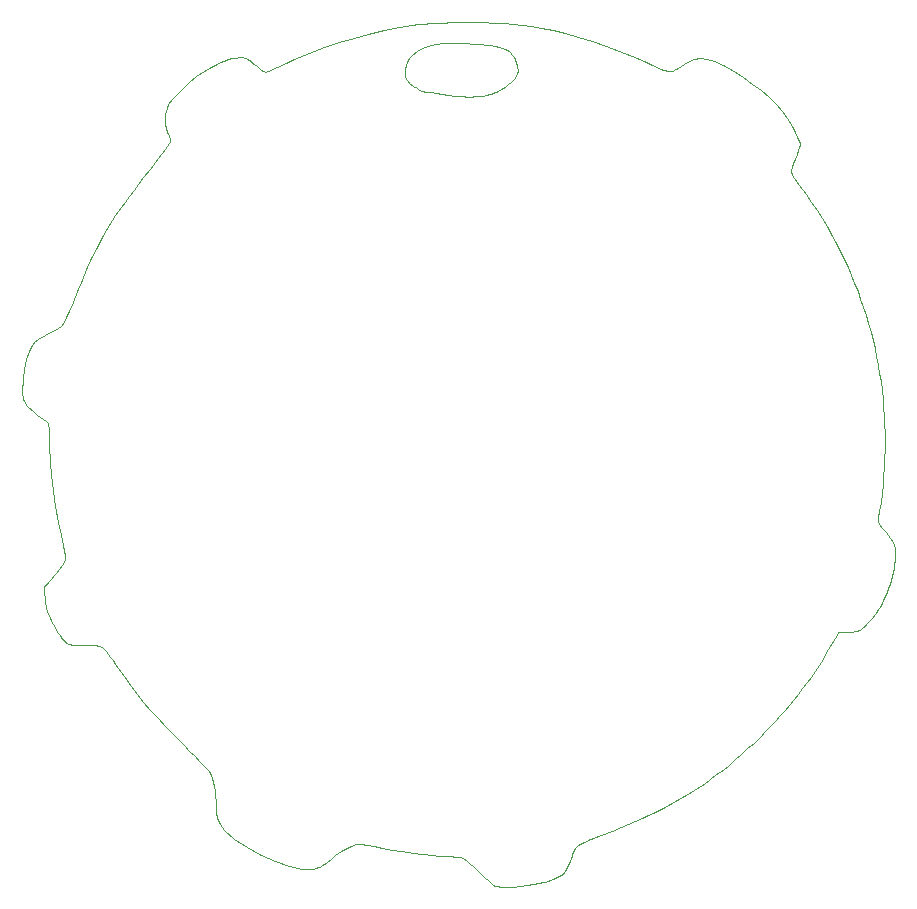
<source format=gbr>
G04 #@! TF.GenerationSoftware,KiCad,Pcbnew,5.1.4-e60b266~84~ubuntu18.04.1*
G04 #@! TF.CreationDate,2019-10-20T18:55:26-06:00*
G04 #@! TF.ProjectId,001,3030312e-6b69-4636-9164-5f7063625858,rev?*
G04 #@! TF.SameCoordinates,Original*
G04 #@! TF.FileFunction,Profile,NP*
%FSLAX46Y46*%
G04 Gerber Fmt 4.6, Leading zero omitted, Abs format (unit mm)*
G04 Created by KiCad (PCBNEW 5.1.4-e60b266~84~ubuntu18.04.1) date 2019-10-20 18:55:26*
%MOMM*%
%LPD*%
G04 APERTURE LIST*
%ADD10C,0.100000*%
G04 APERTURE END LIST*
D10*
X151731545Y-75286086D02*
X151549296Y-75270982D01*
X152039742Y-75301321D02*
X151731545Y-75286086D01*
X152371007Y-75308747D02*
X152039742Y-75301321D01*
X152709423Y-75308661D02*
X152371007Y-75308747D01*
X153039070Y-75301351D02*
X152709423Y-75308661D01*
X153344031Y-75287128D02*
X153039070Y-75301351D01*
X153608392Y-75266270D02*
X153344031Y-75287128D01*
X153816226Y-75239072D02*
X153608392Y-75266270D01*
X153962622Y-75206261D02*
X153816226Y-75239072D01*
X154114860Y-75166533D02*
X153962622Y-75206261D01*
X154271618Y-75120586D02*
X154114860Y-75166533D01*
X154429751Y-75069505D02*
X154271618Y-75120586D01*
X154586156Y-75014376D02*
X154429751Y-75069505D01*
X154737698Y-74956284D02*
X154586156Y-75014376D01*
X154881255Y-74896314D02*
X154737698Y-74956284D01*
X155013702Y-74835553D02*
X154881255Y-74896314D01*
X155272118Y-74699148D02*
X155013702Y-74835553D01*
X155583485Y-74498331D02*
X155272118Y-74699148D01*
X155870646Y-74276021D02*
X155583485Y-74498331D01*
X156126286Y-74040108D02*
X155870646Y-74276021D01*
X156343083Y-73798481D02*
X156126286Y-74040108D01*
X156513721Y-73559030D02*
X156343083Y-73798481D01*
X156630881Y-73329645D02*
X156513721Y-73559030D01*
X156687241Y-73118214D02*
X156630881Y-73329645D01*
X156684941Y-73000994D02*
X156687241Y-73118214D01*
X156670361Y-72897499D02*
X156684941Y-73000994D01*
X156645301Y-72775187D02*
X156670361Y-72897499D01*
X156611561Y-72640544D02*
X156645301Y-72775187D01*
X156571001Y-72500052D02*
X156611561Y-72640544D01*
X156525451Y-72360196D02*
X156571001Y-72500052D01*
X156476731Y-72227460D02*
X156525451Y-72360196D01*
X156426681Y-72108327D02*
X156476731Y-72227460D01*
X156369111Y-71992363D02*
X156426681Y-72108327D01*
X156304331Y-71879585D02*
X156369111Y-71992363D01*
X156235651Y-71777150D02*
X156304331Y-71879585D01*
X156162741Y-71684698D02*
X156235651Y-71777150D01*
X156085281Y-71601866D02*
X156162741Y-71684698D01*
X156002931Y-71528296D02*
X156085281Y-71601866D01*
X155915371Y-71463625D02*
X156002931Y-71528296D01*
X155822281Y-71407492D02*
X155915371Y-71463625D01*
X155630236Y-71315181D02*
X155822281Y-71407492D01*
X155364905Y-71212292D02*
X155630236Y-71315181D01*
X155069408Y-71121017D02*
X155364905Y-71212292D01*
X154742082Y-71041028D02*
X155069408Y-71121017D01*
X154381282Y-70971994D02*
X154742082Y-71041028D01*
X153985357Y-70913587D02*
X154381282Y-70971994D01*
X153552659Y-70865478D02*
X153985357Y-70913587D01*
X153081538Y-70827338D02*
X153552659Y-70865478D01*
X152205987Y-70781146D02*
X153081538Y-70827338D01*
X151264127Y-70769036D02*
X152205987Y-70781146D01*
X150442749Y-70804866D02*
X151264127Y-70769036D01*
X149731616Y-70890747D02*
X150442749Y-70804866D01*
X149120493Y-71028785D02*
X149731616Y-70890747D01*
X148599145Y-71221092D02*
X149120493Y-71028785D01*
X148157335Y-71469776D02*
X148599145Y-71221092D01*
X147784828Y-71776946D02*
X148157335Y-71469776D01*
X147524590Y-72079173D02*
X147784828Y-71776946D01*
X147343439Y-72371670D02*
X147524590Y-72079173D01*
X147215324Y-72675067D02*
X147343439Y-72371670D01*
X147141084Y-72980151D02*
X147215324Y-72675067D01*
X147121682Y-73277704D02*
X147141084Y-72980151D01*
X147157962Y-73558512D02*
X147121682Y-73277704D01*
X147250774Y-73813360D02*
X147157962Y-73558512D01*
X147401024Y-74033033D02*
X147250774Y-73813360D01*
X147522164Y-74143521D02*
X147401024Y-74033033D01*
X147615924Y-74222443D02*
X147522164Y-74143521D01*
X147718766Y-74304109D02*
X147615924Y-74222443D01*
X147827060Y-74385883D02*
X147718766Y-74304109D01*
X147937171Y-74465129D02*
X147827060Y-74385883D01*
X148045475Y-74539211D02*
X147937171Y-74465129D01*
X148148319Y-74605493D02*
X148045475Y-74539211D01*
X148242089Y-74661337D02*
X148148319Y-74605493D01*
X148377835Y-74727003D02*
X148242089Y-74661337D01*
X148620006Y-74806116D02*
X148377835Y-74727003D01*
X148940227Y-74886954D02*
X148620006Y-74806116D01*
X149328379Y-74967686D02*
X148940227Y-74886954D01*
X149774349Y-75046478D02*
X149328379Y-74967686D01*
X150268025Y-75121493D02*
X149774349Y-75046478D01*
X150799291Y-75190902D02*
X150268025Y-75121493D01*
X151358037Y-75252869D02*
X150799291Y-75190902D01*
X151549296Y-75270982D02*
X151358037Y-75252869D01*
X154757417Y-142122195D02*
X154757272Y-142122198D01*
X154902586Y-142166786D02*
X154757417Y-142122195D01*
X155254376Y-142205899D02*
X154902586Y-142166786D01*
X155719635Y-142216853D02*
X155254376Y-142205899D01*
X156263467Y-142201586D02*
X155719635Y-142216853D01*
X156850983Y-142162304D02*
X156263467Y-142201586D01*
X157447274Y-142101145D02*
X156850983Y-142162304D01*
X158017449Y-142020196D02*
X157447274Y-142101145D01*
X158526613Y-141921610D02*
X158017449Y-142020196D01*
X158809383Y-141847010D02*
X158526613Y-141921610D01*
X159026781Y-141781452D02*
X158809383Y-141847010D01*
X159247832Y-141707943D02*
X159026781Y-141781452D01*
X159466164Y-141628904D02*
X159247832Y-141707943D01*
X159675407Y-141546822D02*
X159466164Y-141628904D01*
X159869193Y-141464156D02*
X159675407Y-141546822D01*
X160041154Y-141383378D02*
X159869193Y-141464156D01*
X160184915Y-141306932D02*
X160041154Y-141383378D01*
X160343411Y-141208351D02*
X160184915Y-141306932D01*
X160492358Y-141104441D02*
X160343411Y-141208351D01*
X160614498Y-140999285D02*
X160492358Y-141104441D01*
X160717455Y-140881657D02*
X160614498Y-140999285D01*
X160808858Y-140740338D02*
X160717455Y-140881657D01*
X160896324Y-140564104D02*
X160808858Y-140740338D01*
X160987484Y-140341727D02*
X160896324Y-140564104D01*
X161089957Y-140061991D02*
X160987484Y-140341727D01*
X161177857Y-139813933D02*
X161089957Y-140061991D01*
X161254525Y-139613848D02*
X161177857Y-139813933D01*
X161333051Y-139422583D02*
X161254525Y-139613848D01*
X161411172Y-139245034D02*
X161333051Y-139422583D01*
X161486618Y-139086099D02*
X161411172Y-139245034D01*
X161557042Y-138950677D02*
X161486618Y-139086099D01*
X161620182Y-138843667D02*
X161557042Y-138950677D01*
X161673715Y-138769962D02*
X161620182Y-138843667D01*
X161725475Y-138724951D02*
X161673715Y-138769962D01*
X161821223Y-138664573D02*
X161725475Y-138724951D01*
X161955255Y-138591540D02*
X161821223Y-138664573D01*
X162121858Y-138508514D02*
X161955255Y-138591540D01*
X162315322Y-138418198D02*
X162121858Y-138508514D01*
X162529936Y-138323284D02*
X162315322Y-138418198D01*
X162682360Y-138258816D02*
X162529936Y-138323284D01*
X162799729Y-138210426D02*
X162682360Y-138258816D01*
X162919289Y-138162328D02*
X162799729Y-138210426D01*
X163040330Y-138114909D02*
X162919289Y-138162328D01*
X163782476Y-137830027D02*
X163040330Y-138114909D01*
X164669748Y-137485280D02*
X163782476Y-137830027D01*
X165414085Y-137189219D02*
X164669748Y-137485280D01*
X166055048Y-136924879D02*
X165414085Y-137189219D01*
X166632200Y-136675300D02*
X166055048Y-136924879D01*
X167185107Y-136423518D02*
X166632200Y-136675300D01*
X167753332Y-136152563D02*
X167185107Y-136423518D01*
X168164005Y-135950739D02*
X167753332Y-136152563D01*
X168493033Y-135787076D02*
X168164005Y-135950739D01*
X169019543Y-135521008D02*
X168493033Y-135787076D01*
X169621010Y-135202987D02*
X169019543Y-135521008D01*
X170209022Y-134877020D02*
X169621010Y-135202987D01*
X170784806Y-134542206D02*
X170209022Y-134877020D01*
X171349588Y-134197647D02*
X170784806Y-134542206D01*
X171904599Y-133842446D02*
X171349588Y-134197647D01*
X172451064Y-133475707D02*
X171904599Y-133842446D01*
X172990211Y-133096536D02*
X172451064Y-133475707D01*
X173523267Y-132704032D02*
X172990211Y-133096536D01*
X174051463Y-132297298D02*
X173523267Y-132704032D01*
X174576021Y-131875439D02*
X174051463Y-132297298D01*
X175098173Y-131437556D02*
X174576021Y-131875439D01*
X175619143Y-130982750D02*
X175098173Y-131437556D01*
X176140163Y-130510128D02*
X175619143Y-130982750D01*
X176662459Y-130018791D02*
X176140163Y-130510128D01*
X177187257Y-129507841D02*
X176662459Y-130018791D01*
X177655345Y-129037439D02*
X177187257Y-129507841D01*
X178083210Y-128594060D02*
X177655345Y-129037439D01*
X178500241Y-128148169D02*
X178083210Y-128594060D01*
X178906914Y-127699147D02*
X178500241Y-128148169D01*
X179303701Y-127246376D02*
X178906914Y-127699147D01*
X179691083Y-126789232D02*
X179303701Y-127246376D01*
X180069535Y-126327100D02*
X179691083Y-126789232D01*
X180439534Y-125859356D02*
X180069535Y-126327100D01*
X180801553Y-125385382D02*
X180439534Y-125859356D01*
X181156070Y-124904560D02*
X180801553Y-125385382D01*
X181503561Y-124416266D02*
X181156070Y-124904560D01*
X181844503Y-123919881D02*
X181503561Y-124416266D01*
X182179373Y-123414791D02*
X181844503Y-123919881D01*
X182508647Y-122900370D02*
X182179373Y-123414791D01*
X182832796Y-122376000D02*
X182508647Y-122900370D01*
X183152301Y-121841060D02*
X182832796Y-122376000D01*
X183257637Y-121659651D02*
X183152301Y-121841060D01*
X183294835Y-121595591D02*
X183257637Y-121659651D01*
X183332033Y-121531527D02*
X183294835Y-121595591D01*
X183369231Y-121467466D02*
X183332033Y-121531527D01*
X183406428Y-121403402D02*
X183369231Y-121467466D01*
X183443626Y-121339342D02*
X183406428Y-121403402D01*
X183480821Y-121275281D02*
X183443626Y-121339342D01*
X183555217Y-121147156D02*
X183480821Y-121275281D01*
X183704008Y-120890907D02*
X183555217Y-121147156D01*
X183852796Y-120634661D02*
X183704008Y-120890907D01*
X183899392Y-120634661D02*
X183852796Y-120634661D01*
X183945988Y-120634661D02*
X183899392Y-120634661D01*
X183992584Y-120634661D02*
X183945988Y-120634661D01*
X184039179Y-120634661D02*
X183992584Y-120634661D01*
X184085775Y-120634661D02*
X184039179Y-120634661D01*
X184132371Y-120634661D02*
X184085775Y-120634661D01*
X184178967Y-120634661D02*
X184132371Y-120634661D01*
X184225562Y-120634661D02*
X184178967Y-120634661D01*
X184272158Y-120634661D02*
X184225562Y-120634661D01*
X184318751Y-120634661D02*
X184272158Y-120634661D01*
X184365347Y-120634661D02*
X184318751Y-120634661D01*
X184411943Y-120634661D02*
X184365347Y-120634661D01*
X184458539Y-120634661D02*
X184411943Y-120634661D01*
X184505134Y-120634661D02*
X184458539Y-120634661D01*
X184551730Y-120634661D02*
X184505134Y-120634661D01*
X184656383Y-120634396D02*
X184551730Y-120634661D01*
X184741968Y-120632280D02*
X184656383Y-120634396D01*
X184825730Y-120628523D02*
X184741968Y-120632280D01*
X184907478Y-120623125D02*
X184825730Y-120628523D01*
X184987015Y-120616246D02*
X184907478Y-120623125D01*
X185064141Y-120607647D02*
X184987015Y-120616246D01*
X185138687Y-120597487D02*
X185064141Y-120607647D01*
X185210429Y-120585819D02*
X185138687Y-120597487D01*
X185279202Y-120572669D02*
X185210429Y-120585819D01*
X185344787Y-120558090D02*
X185279202Y-120572669D01*
X185407014Y-120542083D02*
X185344787Y-120558090D01*
X185465643Y-120524700D02*
X185407014Y-120542083D01*
X185520552Y-120505968D02*
X185465643Y-120524700D01*
X185571495Y-120485965D02*
X185520552Y-120505968D01*
X185618281Y-120464719D02*
X185571495Y-120485965D01*
X185660744Y-120442229D02*
X185618281Y-120464719D01*
X185733264Y-120395734D02*
X185660744Y-120442229D01*
X185834065Y-120318201D02*
X185733264Y-120395734D01*
X185945505Y-120221413D02*
X185834065Y-120318201D01*
X186065729Y-120107616D02*
X185945505Y-120221413D01*
X186192877Y-119979047D02*
X186065729Y-120107616D01*
X186325097Y-119837942D02*
X186192877Y-119979047D01*
X186460535Y-119686537D02*
X186325097Y-119837942D01*
X186597332Y-119527065D02*
X186460535Y-119686537D01*
X186733638Y-119361764D02*
X186597332Y-119527065D01*
X186867591Y-119192867D02*
X186733638Y-119361764D01*
X186997337Y-119022616D02*
X186867591Y-119192867D01*
X187121025Y-118853240D02*
X186997337Y-119022616D01*
X187236793Y-118686976D02*
X187121025Y-118853240D01*
X187342788Y-118526061D02*
X187236793Y-118686976D01*
X187437157Y-118372733D02*
X187342788Y-118526061D01*
X187518048Y-118229225D02*
X187437157Y-118372733D01*
X187648387Y-117968672D02*
X187518048Y-118229225D01*
X187800559Y-117634889D02*
X187648387Y-117968672D01*
X187942141Y-117292958D02*
X187800559Y-117634889D01*
X188072591Y-116945520D02*
X187942141Y-117292958D01*
X188191368Y-116595220D02*
X188072591Y-116945520D01*
X188297926Y-116244700D02*
X188191368Y-116595220D01*
X188391726Y-115896606D02*
X188297926Y-116244700D01*
X188472233Y-115553584D02*
X188391726Y-115896606D01*
X188538890Y-115218275D02*
X188472233Y-115553584D01*
X188591169Y-114893327D02*
X188538890Y-115218275D01*
X188628502Y-114581381D02*
X188591169Y-114893327D01*
X188650409Y-114285079D02*
X188628502Y-114581381D01*
X188656177Y-114007068D02*
X188650409Y-114285079D01*
X188645461Y-113749988D02*
X188656177Y-114007068D01*
X188617720Y-113516491D02*
X188645461Y-113749988D01*
X188572296Y-113309214D02*
X188617720Y-113516491D01*
X188540440Y-113214760D02*
X188572296Y-113309214D01*
X188517501Y-113159552D02*
X188540440Y-113214760D01*
X188489045Y-113099198D02*
X188517501Y-113159552D01*
X188455498Y-113034312D02*
X188489045Y-113099198D01*
X188417208Y-112965491D02*
X188455498Y-113034312D01*
X188374594Y-112893297D02*
X188417208Y-112965491D01*
X188328083Y-112818351D02*
X188374594Y-112893297D01*
X188278021Y-112741217D02*
X188328083Y-112818351D01*
X188224829Y-112662498D02*
X188278021Y-112741217D01*
X188168907Y-112582800D02*
X188224829Y-112662498D01*
X188110675Y-112502703D02*
X188168907Y-112582800D01*
X188050480Y-112422807D02*
X188110675Y-112502703D01*
X187862239Y-112187587D02*
X188050480Y-112422807D01*
X187517537Y-111805076D02*
X187862239Y-112187587D01*
X187293216Y-111512084D02*
X187517537Y-111805076D01*
X187208528Y-111281675D02*
X187293216Y-111512084D01*
X187208528Y-111154762D02*
X187208528Y-111281675D01*
X187213819Y-111085923D02*
X187208528Y-111154762D01*
X187223053Y-111010553D02*
X187213819Y-111085923D01*
X187235648Y-110927170D02*
X187223053Y-111010553D01*
X187320642Y-110392881D02*
X187235648Y-110927170D01*
X187427624Y-109639964D02*
X187320642Y-110392881D01*
X187520363Y-108890204D02*
X187427624Y-109639964D01*
X187598870Y-108143573D02*
X187520363Y-108890204D01*
X187663108Y-107400057D02*
X187598870Y-108143573D01*
X187713125Y-106659634D02*
X187663108Y-107400057D01*
X187748863Y-105922285D02*
X187713125Y-106659634D01*
X187770373Y-105187987D02*
X187748863Y-105922285D01*
X187777543Y-104456724D02*
X187770373Y-105187987D01*
X187770479Y-103728474D02*
X187777543Y-104456724D01*
X187749206Y-103003219D02*
X187770479Y-103728474D01*
X187713665Y-102280939D02*
X187749206Y-103003219D01*
X187663852Y-101561611D02*
X187713665Y-102280939D01*
X187599741Y-100845217D02*
X187663852Y-101561611D01*
X187521384Y-100131739D02*
X187599741Y-100845217D01*
X187428741Y-99421155D02*
X187521384Y-100131739D01*
X187321817Y-98713448D02*
X187428741Y-99421155D01*
X187200609Y-98008595D02*
X187321817Y-98713448D01*
X187065116Y-97306579D02*
X187200609Y-98008595D01*
X186915332Y-96607375D02*
X187065116Y-97306579D01*
X186751256Y-95910968D02*
X186915332Y-96607375D01*
X186572885Y-95217336D02*
X186751256Y-95910968D01*
X186380215Y-94526462D02*
X186572885Y-95217336D01*
X186173245Y-93838323D02*
X186380215Y-94526462D01*
X185951969Y-93152901D02*
X186173245Y-93838323D01*
X185716386Y-92470174D02*
X185951969Y-93152901D01*
X185466495Y-91790125D02*
X185716386Y-92470174D01*
X185202290Y-91112732D02*
X185466495Y-91790125D01*
X184923769Y-90437977D02*
X185202290Y-91112732D01*
X184630928Y-89765838D02*
X184923769Y-90437977D01*
X184323768Y-89096297D02*
X184630928Y-89765838D01*
X184002281Y-88429333D02*
X184323768Y-89096297D01*
X183825552Y-88077319D02*
X184002281Y-88429333D01*
X183727648Y-87884742D02*
X183825552Y-88077319D01*
X183630141Y-87695273D02*
X183727648Y-87884742D01*
X183532899Y-87508702D02*
X183630141Y-87695273D01*
X183241754Y-86962721D02*
X183532899Y-87508702D01*
X182849258Y-86265330D02*
X183241754Y-86962721D01*
X182444081Y-85587395D02*
X182849258Y-86265330D01*
X182017765Y-84915464D02*
X182444081Y-85587395D01*
X181561867Y-84236084D02*
X182017765Y-84915464D01*
X181067930Y-83535802D02*
X181561867Y-84236084D01*
X180527502Y-82801164D02*
X181067930Y-83535802D01*
X180267147Y-82455430D02*
X180527502Y-82801164D01*
X180174908Y-82321564D02*
X180267147Y-82455430D01*
X180037394Y-82101215D02*
X180174908Y-82321564D01*
X179915402Y-81865304D02*
X180037394Y-82101215D01*
X179853294Y-81687462D02*
X179915402Y-81865304D01*
X179863787Y-81556193D02*
X179853294Y-81687462D01*
X179929004Y-81303568D02*
X179863787Y-81556193D01*
X180036743Y-80968617D02*
X179929004Y-81303568D01*
X180174768Y-80590370D02*
X180036743Y-80968617D01*
X180326186Y-80207091D02*
X180174768Y-80590370D01*
X180455475Y-79852299D02*
X180326186Y-80207091D01*
X180550413Y-79562520D02*
X180455475Y-79852299D01*
X180598741Y-79374281D02*
X180550413Y-79562520D01*
X180584946Y-79272720D02*
X180598741Y-79374281D01*
X180499134Y-79038452D02*
X180584946Y-79272720D01*
X180357383Y-78709524D02*
X180499134Y-79038452D01*
X180175792Y-78323987D02*
X180357383Y-78709524D01*
X179884157Y-77764783D02*
X180175792Y-78323987D01*
X179495130Y-77145840D02*
X179884157Y-77764783D01*
X179045090Y-76543289D02*
X179495130Y-77145840D01*
X178530295Y-75953325D02*
X179045090Y-76543289D01*
X177947013Y-75372141D02*
X178530295Y-75953325D01*
X177291503Y-74795928D02*
X177947013Y-75372141D01*
X176560030Y-74220880D02*
X177291503Y-74795928D01*
X175748858Y-73643190D02*
X176560030Y-74220880D01*
X174853463Y-73059923D02*
X175748858Y-73643190D01*
X174055389Y-72605636D02*
X174853463Y-73059923D01*
X173351386Y-72289934D02*
X174055389Y-72605636D01*
X172719916Y-72110322D02*
X173351386Y-72289934D01*
X172139438Y-72064287D02*
X172719916Y-72110322D01*
X171588417Y-72149360D02*
X172139438Y-72064287D01*
X171045312Y-72363027D02*
X171588417Y-72149360D01*
X170488586Y-72702795D02*
X171045312Y-72363027D01*
X170233004Y-72894487D02*
X170488586Y-72702795D01*
X170134278Y-72956897D02*
X170233004Y-72894487D01*
X170030077Y-73014052D02*
X170134278Y-72956897D01*
X169923595Y-73064627D02*
X170030077Y-73014052D01*
X169818032Y-73107287D02*
X169923595Y-73064627D01*
X169716580Y-73140709D02*
X169818032Y-73107287D01*
X169622433Y-73163558D02*
X169716580Y-73140709D01*
X169538785Y-73174509D02*
X169622433Y-73163558D01*
X169458873Y-73170461D02*
X169538785Y-73174509D01*
X169338001Y-73143710D02*
X169458873Y-73170461D01*
X169182307Y-73096613D02*
X169338001Y-73143710D01*
X168997935Y-73031531D02*
X169182307Y-73096613D01*
X168791025Y-72950826D02*
X168997935Y-73031531D01*
X168567717Y-72856857D02*
X168791025Y-72950826D01*
X168334153Y-72751984D02*
X168567717Y-72856857D01*
X168096467Y-72638569D02*
X168334153Y-72751984D01*
X167406574Y-72301480D02*
X168096467Y-72638569D01*
X166390913Y-71853902D02*
X167406574Y-72301480D01*
X165295885Y-71414694D02*
X166390913Y-71853902D01*
X164151961Y-70994266D02*
X165295885Y-71414694D01*
X162989610Y-70603029D02*
X164151961Y-70994266D01*
X161839302Y-70251393D02*
X162989610Y-70603029D01*
X160731502Y-69949770D02*
X161839302Y-70251393D01*
X159696682Y-69708568D02*
X160731502Y-69949770D01*
X158701632Y-69518785D02*
X159696682Y-69708568D01*
X157811735Y-69361926D02*
X158701632Y-69518785D01*
X157016321Y-69240840D02*
X157811735Y-69361926D01*
X156267865Y-69151287D02*
X157016321Y-69240840D01*
X155518856Y-69089029D02*
X156267865Y-69151287D01*
X154721775Y-69049827D02*
X155518856Y-69089029D01*
X153829102Y-69029441D02*
X154721775Y-69049827D01*
X152793322Y-69023635D02*
X153829102Y-69029441D01*
X151799955Y-69026946D02*
X152793322Y-69023635D01*
X151025739Y-69035296D02*
X151799955Y-69026946D01*
X150358375Y-69050384D02*
X151025739Y-69035296D01*
X149772429Y-69073691D02*
X150358375Y-69050384D01*
X149242476Y-69106697D02*
X149772429Y-69073691D01*
X148743094Y-69150882D02*
X149242476Y-69106697D01*
X148248849Y-69207726D02*
X148743094Y-69150882D01*
X147734320Y-69278709D02*
X148248849Y-69207726D01*
X146644419Y-69451497D02*
X147734320Y-69278709D01*
X145331675Y-69700775D02*
X146644419Y-69451497D01*
X144056154Y-69989050D02*
X145331675Y-69700775D01*
X142803465Y-70320607D02*
X144056154Y-69989050D01*
X141559222Y-70699736D02*
X142803465Y-70320607D01*
X140309038Y-71130722D02*
X141559222Y-70699736D01*
X139038528Y-71617852D02*
X140309038Y-71130722D01*
X137733306Y-72165414D02*
X139038528Y-71617852D01*
X137284860Y-72365833D02*
X137733306Y-72165414D01*
X137034401Y-72477768D02*
X137284860Y-72365833D01*
X136783941Y-72589703D02*
X137034401Y-72477768D01*
X136533481Y-72701638D02*
X136783941Y-72589703D01*
X136283022Y-72813573D02*
X136533481Y-72701638D01*
X136032562Y-72925508D02*
X136283022Y-72813573D01*
X135782103Y-73037443D02*
X136032562Y-72925508D01*
X135531643Y-73149378D02*
X135782103Y-73037443D01*
X135281183Y-73261313D02*
X135531643Y-73149378D01*
X135183959Y-73185761D02*
X135281183Y-73261313D01*
X135086736Y-73110210D02*
X135183959Y-73185761D01*
X134989512Y-73034658D02*
X135086736Y-73110210D01*
X134892288Y-72959107D02*
X134989512Y-73034658D01*
X134795064Y-72883555D02*
X134892288Y-72959107D01*
X134697841Y-72808004D02*
X134795064Y-72883555D01*
X134600617Y-72732452D02*
X134697841Y-72808004D01*
X134395686Y-72574242D02*
X134600617Y-72732452D01*
X134232833Y-72454566D02*
X134395686Y-72574242D01*
X134072652Y-72342194D02*
X134232833Y-72454566D01*
X133919484Y-72239894D02*
X134072652Y-72342194D01*
X133777674Y-72150434D02*
X133919484Y-72239894D01*
X133651565Y-72076584D02*
X133777674Y-72150434D01*
X133545499Y-72021112D02*
X133651565Y-72076584D01*
X133463818Y-71986787D02*
X133545499Y-72021112D01*
X133341609Y-71966152D02*
X133463818Y-71986787D01*
X133119790Y-71974783D02*
X133341609Y-71966152D01*
X132840889Y-72014509D02*
X133119790Y-71974783D01*
X132522523Y-72080885D02*
X132840889Y-72014509D01*
X132182306Y-72169466D02*
X132522523Y-72080885D01*
X131837854Y-72275809D02*
X132182306Y-72169466D01*
X131506782Y-72395471D02*
X131837854Y-72275809D01*
X131206707Y-72524012D02*
X131506782Y-72395471D01*
X130724441Y-72780576D02*
X131206707Y-72524012D01*
X130107571Y-73168049D02*
X130724441Y-72780576D01*
X129486468Y-73611807D02*
X130107571Y-73168049D01*
X128884198Y-74091789D02*
X129486468Y-73611807D01*
X128323824Y-74587936D02*
X128884198Y-74091789D01*
X127828410Y-75080187D02*
X128323824Y-74587936D01*
X127421022Y-75548483D02*
X127828410Y-75080187D01*
X127124724Y-75972763D02*
X127421022Y-75548483D01*
X126979125Y-76275873D02*
X127124724Y-75972763D01*
X126884055Y-76547567D02*
X126979125Y-76275873D01*
X126822184Y-76822994D02*
X126884055Y-76547567D01*
X126793514Y-77102608D02*
X126822184Y-76822994D01*
X126798027Y-77386864D02*
X126793514Y-77102608D01*
X126835745Y-77676218D02*
X126798027Y-77386864D01*
X126906652Y-77971125D02*
X126835745Y-77676218D01*
X127010751Y-78272042D02*
X126906652Y-77971125D01*
X127091335Y-78461533D02*
X127010751Y-78272042D01*
X127140916Y-78591112D02*
X127091335Y-78461533D01*
X127183785Y-78715977D02*
X127140916Y-78591112D01*
X127219082Y-78832879D02*
X127183785Y-78715977D01*
X127245959Y-78938566D02*
X127219082Y-78832879D01*
X127263556Y-79029789D02*
X127245959Y-78938566D01*
X127271028Y-79103294D02*
X127263556Y-79029789D01*
X127267498Y-79155835D02*
X127271028Y-79103294D01*
X127190928Y-79278966D02*
X127267498Y-79155835D01*
X126827903Y-79768536D02*
X127190928Y-79278966D01*
X126248854Y-80526987D02*
X126827903Y-79768536D01*
X125519763Y-81467609D02*
X126248854Y-80526987D01*
X124982357Y-82154849D02*
X125519763Y-81467609D01*
X124572897Y-82684914D02*
X124982357Y-82154849D01*
X124168624Y-83213897D02*
X124572897Y-82684914D01*
X123780580Y-83727057D02*
X124168624Y-83213897D01*
X123419804Y-84209656D02*
X123780580Y-83727057D01*
X123097339Y-84646953D02*
X123419804Y-84209656D01*
X122824225Y-85024208D02*
X123097339Y-84646953D01*
X122611504Y-85326683D02*
X122824225Y-85024208D01*
X122314874Y-85779596D02*
X122611504Y-85326683D01*
X121913663Y-86455002D02*
X122314874Y-85779596D01*
X121487250Y-87228662D02*
X121913663Y-86455002D01*
X121047328Y-88076982D02*
X121487250Y-87228662D01*
X120605588Y-88976366D02*
X121047328Y-88076982D01*
X120173721Y-89903218D02*
X120605588Y-88976366D01*
X119763419Y-90833943D02*
X120173721Y-89903218D01*
X119386375Y-91744945D02*
X119763419Y-90833943D01*
X119017712Y-92696144D02*
X119386375Y-91744945D01*
X118716806Y-93459646D02*
X119017712Y-92696144D01*
X118476236Y-94018755D02*
X118716806Y-93459646D01*
X118265039Y-94417402D02*
X118476236Y-94018755D01*
X118052254Y-94699517D02*
X118265039Y-94417402D01*
X117806919Y-94909033D02*
X118052254Y-94699517D01*
X117498070Y-95089878D02*
X117806919Y-94909033D01*
X117094748Y-95285982D02*
X117498070Y-95089878D01*
X116680208Y-95485690D02*
X117094748Y-95285982D01*
X116379870Y-95636785D02*
X116680208Y-95485690D01*
X116143714Y-95766420D02*
X116379870Y-95636785D01*
X115960623Y-95883067D02*
X116143714Y-95766420D01*
X115819480Y-95995195D02*
X115960623Y-95883067D01*
X115709167Y-96111278D02*
X115819480Y-95995195D01*
X115618566Y-96239786D02*
X115709167Y-96111278D01*
X115536562Y-96389191D02*
X115618566Y-96239786D01*
X115329319Y-96855570D02*
X115536562Y-96389191D01*
X115104133Y-97566468D02*
X115329319Y-96855570D01*
X114932083Y-98361832D02*
X115104133Y-97566468D01*
X114818710Y-99217733D02*
X114932083Y-98361832D01*
X114762199Y-100205176D02*
X114818710Y-99217733D01*
X114841445Y-100938686D02*
X114762199Y-100205176D01*
X115135244Y-101496523D02*
X114841445Y-100938686D01*
X115716462Y-102044477D02*
X115135244Y-101496523D01*
X116008931Y-102267368D02*
X115716462Y-102044477D01*
X116245787Y-102447874D02*
X116008931Y-102267368D01*
X116482642Y-102628379D02*
X116245787Y-102447874D01*
X116719497Y-102808885D02*
X116482642Y-102628379D01*
X116956353Y-102989392D02*
X116719497Y-102808885D01*
X116972040Y-103541088D02*
X116956353Y-102989392D01*
X116987727Y-104092784D02*
X116972040Y-103541088D01*
X117003414Y-104644480D02*
X116987727Y-104092784D01*
X117066834Y-106304550D02*
X117003414Y-104644480D01*
X117235410Y-108047643D02*
X117066834Y-106304550D01*
X117519504Y-109947357D02*
X117235410Y-108047643D01*
X117783828Y-111349400D02*
X117519504Y-109947357D01*
X118016609Y-112473236D02*
X117783828Y-111349400D01*
X118192252Y-113272270D02*
X118016609Y-112473236D01*
X118287475Y-113751999D02*
X118192252Y-113272270D01*
X118334855Y-114127993D02*
X118287475Y-113751999D01*
X118326993Y-114434193D02*
X118334855Y-114127993D01*
X118256531Y-114704541D02*
X118326993Y-114434193D01*
X118116095Y-114972971D02*
X118256531Y-114704541D01*
X117898310Y-115273430D02*
X118116095Y-114972971D01*
X117595805Y-115639851D02*
X117898310Y-115273430D01*
X117469524Y-115789116D02*
X117595805Y-115639851D01*
X117358976Y-115919783D02*
X117469524Y-115789116D01*
X117248428Y-116050450D02*
X117358976Y-115919783D01*
X117137880Y-116181120D02*
X117248428Y-116050450D01*
X117027333Y-116311787D02*
X117137880Y-116181120D01*
X116916785Y-116442454D02*
X117027333Y-116311787D01*
X116806238Y-116573121D02*
X116916785Y-116442454D01*
X116695690Y-116703791D02*
X116806238Y-116573121D01*
X116585142Y-116834458D02*
X116695690Y-116703791D01*
X116592463Y-116948531D02*
X116585142Y-116834458D01*
X116599784Y-117062603D02*
X116592463Y-116948531D01*
X116607105Y-117176678D02*
X116599784Y-117062603D01*
X116614425Y-117290751D02*
X116607105Y-117176678D01*
X116621746Y-117404823D02*
X116614425Y-117290751D01*
X116629067Y-117518895D02*
X116621746Y-117404823D01*
X116636388Y-117632971D02*
X116629067Y-117518895D01*
X116656837Y-117932479D02*
X116636388Y-117632971D01*
X116683451Y-118180986D02*
X116656837Y-117932479D01*
X116721317Y-118409240D02*
X116683451Y-118180986D01*
X116774370Y-118630100D02*
X116721317Y-118409240D01*
X116846548Y-118856430D02*
X116774370Y-118630100D01*
X116941786Y-119101093D02*
X116846548Y-118856430D01*
X117064023Y-119376958D02*
X116941786Y-119101093D01*
X117217195Y-119696882D02*
X117064023Y-119376958D01*
X117364831Y-119991125D02*
X117217195Y-119696882D01*
X117499266Y-120240675D02*
X117364831Y-119991125D01*
X117635723Y-120477416D02*
X117499266Y-120240675D01*
X117771719Y-120697571D02*
X117635723Y-120477416D01*
X117904772Y-120897360D02*
X117771719Y-120697571D01*
X118032400Y-121073014D02*
X117904772Y-120897360D01*
X118152121Y-121220750D02*
X118032400Y-121073014D01*
X118261452Y-121336796D02*
X118152121Y-121220750D01*
X118396186Y-121454747D02*
X118261452Y-121336796D01*
X118527286Y-121559221D02*
X118396186Y-121454747D01*
X118652532Y-121635963D02*
X118527286Y-121559221D01*
X118790809Y-121689218D02*
X118652532Y-121635963D01*
X118961004Y-121723281D02*
X118790809Y-121689218D01*
X119181998Y-121742384D02*
X118961004Y-121723281D01*
X119472677Y-121750665D02*
X119181998Y-121742384D01*
X119851925Y-121752782D02*
X119472677Y-121750665D01*
X120236350Y-121753575D02*
X119851925Y-121752782D01*
X120534292Y-121759264D02*
X120236350Y-121753575D01*
X120787368Y-121770482D02*
X120534292Y-121759264D01*
X120999866Y-121787707D02*
X120787368Y-121770482D01*
X121176078Y-121811466D02*
X120999866Y-121787707D01*
X121320294Y-121842343D02*
X121176078Y-121811466D01*
X121436803Y-121880861D02*
X121320294Y-121842343D01*
X121529898Y-121927507D02*
X121436803Y-121880861D01*
X121600752Y-121983199D02*
X121529898Y-121927507D01*
X121705403Y-122096536D02*
X121600752Y-121983199D01*
X121844885Y-122264724D02*
X121705403Y-122096536D01*
X122013513Y-122480240D02*
X121844885Y-122264724D01*
X122205596Y-122735571D02*
X122013513Y-122480240D01*
X122415451Y-123023202D02*
X122205596Y-122735571D01*
X122637390Y-123335612D02*
X122415451Y-123023202D01*
X122865724Y-123665291D02*
X122637390Y-123335612D01*
X123356564Y-124385486D02*
X122865724Y-123665291D01*
X123926198Y-125192227D02*
X123356564Y-124385486D01*
X124467107Y-125918178D02*
X123926198Y-125192227D01*
X125009105Y-126598623D02*
X124467107Y-125918178D01*
X125582010Y-127268847D02*
X125009105Y-126598623D01*
X126215636Y-127964143D02*
X125582010Y-127268847D01*
X126939801Y-128719790D02*
X126215636Y-127964143D01*
X127784320Y-129571082D02*
X126939801Y-128719790D01*
X128432490Y-130214175D02*
X127784320Y-129571082D01*
X128900928Y-130686769D02*
X128432490Y-130214175D01*
X129337795Y-131134785D02*
X128900928Y-130686769D01*
X129732490Y-131546953D02*
X129337795Y-131134785D01*
X130074412Y-131912001D02*
X129732490Y-131546953D01*
X130352963Y-132218661D02*
X130074412Y-131912001D01*
X130557543Y-132455659D02*
X130352963Y-132218661D01*
X130677550Y-132611726D02*
X130557543Y-132455659D01*
X130754897Y-132774664D02*
X130677550Y-132611726D01*
X130844134Y-133035943D02*
X130754897Y-132774664D01*
X130925143Y-133349646D02*
X130844134Y-133035943D01*
X130996291Y-133705622D02*
X130925143Y-133349646D01*
X131055949Y-134093713D02*
X130996291Y-133705622D01*
X131102484Y-134503769D02*
X131055949Y-134093713D01*
X131134263Y-134925634D02*
X131102484Y-134503769D01*
X131149651Y-135349150D02*
X131134263Y-134925634D01*
X131150813Y-135667238D02*
X131149651Y-135349150D01*
X131158218Y-135895554D02*
X131150813Y-135667238D01*
X131174337Y-136088886D02*
X131158218Y-135895554D01*
X131201535Y-136256806D02*
X131174337Y-136088886D01*
X131242193Y-136408894D02*
X131201535Y-136256806D01*
X131298686Y-136554722D02*
X131242193Y-136408894D01*
X131373393Y-136703872D02*
X131298686Y-136554722D01*
X131468691Y-136865919D02*
X131373393Y-136703872D01*
X131869037Y-137408468D02*
X131468691Y-136865919D01*
X132690456Y-138145508D02*
X131869037Y-137408468D01*
X133735607Y-138860242D02*
X132690456Y-138145508D01*
X134919759Y-139513443D02*
X133735607Y-138860242D01*
X136158182Y-140065875D02*
X134919759Y-139513443D01*
X137366142Y-140478302D02*
X136158182Y-140065875D01*
X138458909Y-140711490D02*
X137366142Y-140478302D01*
X139351750Y-140726224D02*
X138458909Y-140711490D01*
X139644401Y-140635816D02*
X139351750Y-140726224D01*
X139775461Y-140578547D02*
X139644401Y-140635816D01*
X139925908Y-140501797D02*
X139775461Y-140578547D01*
X140090539Y-140408685D02*
X139925908Y-140501797D01*
X140264154Y-140302375D02*
X140090539Y-140408685D01*
X140441549Y-140186006D02*
X140264154Y-140302375D01*
X140617524Y-140062729D02*
X140441549Y-140186006D01*
X140786875Y-139935689D02*
X140617524Y-140062729D01*
X141253330Y-139564563D02*
X140786875Y-139935689D01*
X141766490Y-139180132D02*
X141253330Y-139564563D01*
X142199356Y-138904259D02*
X141766490Y-139180132D01*
X142590286Y-138726617D02*
X142199356Y-138904259D01*
X142977636Y-138636889D02*
X142590286Y-138726617D01*
X143399768Y-138624745D02*
X142977636Y-138636889D01*
X143895036Y-138679860D02*
X143399768Y-138624745D01*
X144501800Y-138791943D02*
X143895036Y-138679860D01*
X145227023Y-138938776D02*
X144501800Y-138791943D01*
X146037899Y-139082723D02*
X145227023Y-138938776D01*
X146906640Y-139221081D02*
X146037899Y-139082723D01*
X147792891Y-139348555D02*
X146906640Y-139221081D01*
X148656295Y-139459836D02*
X147792891Y-139348555D01*
X149456493Y-139549606D02*
X148656295Y-139459836D01*
X150153128Y-139612609D02*
X149456493Y-139549606D01*
X150705845Y-139643486D02*
X150153128Y-139612609D01*
X150950063Y-139644280D02*
X150705845Y-139643486D01*
X151118902Y-139650391D02*
X150950063Y-139644280D01*
X151286867Y-139660948D02*
X151118902Y-139650391D01*
X151449306Y-139675553D02*
X151286867Y-139660948D01*
X151601563Y-139693651D02*
X151449306Y-139675553D01*
X151738987Y-139714738D02*
X151601563Y-139693651D01*
X151856931Y-139738286D02*
X151738987Y-139714738D01*
X151950723Y-139763739D02*
X151856931Y-139738286D01*
X152027767Y-139797524D02*
X151950723Y-139763739D01*
X152142776Y-139870927D02*
X152027767Y-139797524D01*
X152289990Y-139979134D02*
X152142776Y-139870927D01*
X152463644Y-140117341D02*
X152289990Y-139979134D01*
X152657965Y-140280735D02*
X152463644Y-140117341D01*
X152867184Y-140464504D02*
X152657965Y-140280735D01*
X153085531Y-140663838D02*
X152867184Y-140464504D01*
X153307239Y-140873925D02*
X153085531Y-140663838D01*
X153527777Y-141088531D02*
X153307239Y-140873925D01*
X153747622Y-141295727D02*
X153527777Y-141088531D01*
X153961130Y-141490690D02*
X153747622Y-141295727D01*
X154162653Y-141668591D02*
X153961130Y-141490690D01*
X154346543Y-141824605D02*
X154162653Y-141668591D01*
X154507156Y-141953909D02*
X154346543Y-141824605D01*
X154638847Y-142051686D02*
X154507156Y-141953909D01*
X154735973Y-142113096D02*
X154638847Y-142051686D01*
X154757272Y-142122198D02*
X154735973Y-142113096D01*
M02*

</source>
